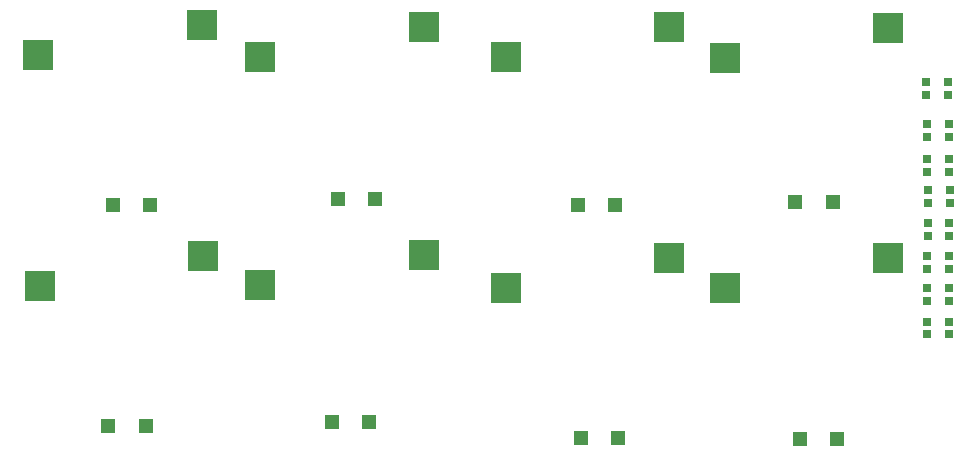
<source format=gbr>
%TF.GenerationSoftware,KiCad,Pcbnew,8.0.2*%
%TF.CreationDate,2025-08-30T14:31:31+07:00*%
%TF.ProjectId,minions,6d696e69-6f6e-4732-9e6b-696361645f70,1*%
%TF.SameCoordinates,Original*%
%TF.FileFunction,Paste,Bot*%
%TF.FilePolarity,Positive*%
%FSLAX46Y46*%
G04 Gerber Fmt 4.6, Leading zero omitted, Abs format (unit mm)*
G04 Created by KiCad (PCBNEW 8.0.2) date 2025-08-30 14:31:31*
%MOMM*%
%LPD*%
G01*
G04 APERTURE LIST*
%ADD10R,0.700000X0.700000*%
%ADD11R,1.200000X1.200000*%
%ADD12R,2.550000X2.500000*%
G04 APERTURE END LIST*
D10*
%TO.C,D17*%
X191116144Y-133700277D03*
X191116145Y-134800276D03*
X189286142Y-134800277D03*
X189286145Y-133700276D03*
%TD*%
D11*
%TO.C,D2*%
X163085000Y-157400000D03*
X159935000Y-157400000D03*
%TD*%
D10*
%TO.C,D11*%
X191116145Y-130800276D03*
X191116145Y-131900276D03*
X189286148Y-131900275D03*
X189286143Y-130800271D03*
%TD*%
%TO.C,D8*%
X191016145Y-127250276D03*
X191016145Y-128350277D03*
X189186142Y-128350277D03*
X189186145Y-127250276D03*
%TD*%
D11*
%TO.C,D14*%
X119965000Y-156360000D03*
X123115000Y-156360000D03*
%TD*%
%TO.C,D7*%
X139365000Y-137110000D03*
X142515000Y-137110000D03*
%TD*%
D10*
%TO.C,D9*%
X191166145Y-139150277D03*
X191166145Y-140250275D03*
X189336142Y-140250277D03*
X189336145Y-139150276D03*
%TD*%
D11*
%TO.C,D1*%
X162835000Y-137600000D03*
X159685000Y-137600000D03*
%TD*%
%TO.C,D15*%
X138915000Y-156010000D03*
X142065000Y-156010000D03*
%TD*%
D10*
%TO.C,D10*%
X191116144Y-141950277D03*
X191116145Y-143050276D03*
X189286142Y-143050277D03*
X189286145Y-141950276D03*
%TD*%
D11*
%TO.C,D5*%
X178135000Y-137400000D03*
X181285000Y-137400000D03*
%TD*%
D10*
%TO.C,D23*%
X191180003Y-136400000D03*
X191180003Y-137499998D03*
X189350000Y-137500000D03*
X189350003Y-136399999D03*
%TD*%
D11*
%TO.C,D3*%
X123465000Y-137660000D03*
X120315000Y-137660000D03*
%TD*%
D10*
%TO.C,D13*%
X191116145Y-147500276D03*
X191116145Y-148600276D03*
X189286142Y-148600277D03*
X189286145Y-147500276D03*
%TD*%
%TO.C,D12*%
X191116145Y-144700276D03*
X191116145Y-145800276D03*
X189286142Y-145800277D03*
X189286145Y-144700276D03*
%TD*%
D12*
%TO.C,K8*%
X146680000Y-141880000D03*
X132830000Y-144420000D03*
%TD*%
%TO.C,K7*%
X127980000Y-141930000D03*
X114130000Y-144470000D03*
%TD*%
%TO.C,K6*%
X146680000Y-122530000D03*
X132830000Y-125070000D03*
%TD*%
%TO.C,K5*%
X186000000Y-142120000D03*
X172150000Y-144660000D03*
%TD*%
%TO.C,K2*%
X167440000Y-142090000D03*
X153590000Y-144630000D03*
%TD*%
%TO.C,K3*%
X127880000Y-122430000D03*
X114030000Y-124970000D03*
%TD*%
D11*
%TO.C,D6*%
X178535000Y-157450000D03*
X181685000Y-157450000D03*
%TD*%
D12*
%TO.C,K4*%
X186000000Y-122620000D03*
X172150000Y-125160000D03*
%TD*%
%TO.C,K1*%
X167440000Y-122590000D03*
X153590000Y-125130000D03*
%TD*%
M02*

</source>
